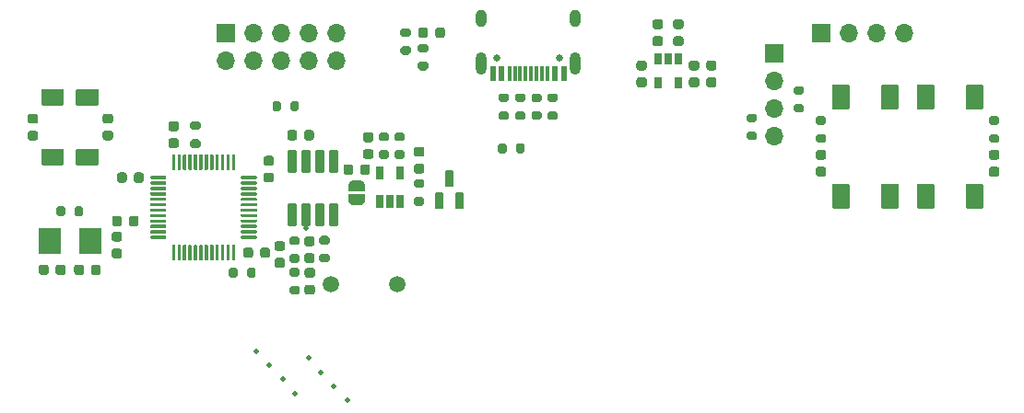
<source format=gts>
G04 #@! TF.GenerationSoftware,KiCad,Pcbnew,(5.1.12)-1*
G04 #@! TF.CreationDate,2024-09-15T14:26:27+03:00*
G04 #@! TF.ProjectId,CaliperPCB,43616c69-7065-4725-9043-422e6b696361,rev?*
G04 #@! TF.SameCoordinates,Original*
G04 #@! TF.FileFunction,Soldermask,Top*
G04 #@! TF.FilePolarity,Negative*
%FSLAX46Y46*%
G04 Gerber Fmt 4.6, Leading zero omitted, Abs format (unit mm)*
G04 Created by KiCad (PCBNEW (5.1.12)-1) date 2024-09-15 14:26:27*
%MOMM*%
%LPD*%
G01*
G04 APERTURE LIST*
%ADD10C,1.500000*%
%ADD11O,1.700000X1.700000*%
%ADD12R,1.700000X1.700000*%
%ADD13C,0.500000*%
%ADD14R,0.650000X1.220000*%
%ADD15R,0.650000X1.060000*%
%ADD16C,0.100000*%
%ADD17R,2.000000X2.400000*%
%ADD18O,1.000000X1.600000*%
%ADD19C,0.650000*%
%ADD20O,1.000000X2.100000*%
%ADD21R,0.300000X1.450000*%
%ADD22R,0.600000X1.450000*%
G04 APERTURE END LIST*
D10*
X144780000Y-109982000D03*
X138684000Y-109982000D03*
G36*
G01*
X135105000Y-110170000D02*
X135655000Y-110170000D01*
G75*
G02*
X135855000Y-110370000I0J-200000D01*
G01*
X135855000Y-110770000D01*
G75*
G02*
X135655000Y-110970000I-200000J0D01*
G01*
X135105000Y-110970000D01*
G75*
G02*
X134905000Y-110770000I0J200000D01*
G01*
X134905000Y-110370000D01*
G75*
G02*
X135105000Y-110170000I200000J0D01*
G01*
G37*
G36*
G01*
X135105000Y-108520000D02*
X135655000Y-108520000D01*
G75*
G02*
X135855000Y-108720000I0J-200000D01*
G01*
X135855000Y-109120000D01*
G75*
G02*
X135655000Y-109320000I-200000J0D01*
G01*
X135105000Y-109320000D01*
G75*
G02*
X134905000Y-109120000I0J200000D01*
G01*
X134905000Y-108720000D01*
G75*
G02*
X135105000Y-108520000I200000J0D01*
G01*
G37*
G36*
G01*
X137824998Y-107225000D02*
X138374998Y-107225000D01*
G75*
G02*
X138574998Y-107425000I0J-200000D01*
G01*
X138574998Y-107825000D01*
G75*
G02*
X138374998Y-108025000I-200000J0D01*
G01*
X137824998Y-108025000D01*
G75*
G02*
X137624998Y-107825000I0J200000D01*
G01*
X137624998Y-107425000D01*
G75*
G02*
X137824998Y-107225000I200000J0D01*
G01*
G37*
G36*
G01*
X137824998Y-105575000D02*
X138374998Y-105575000D01*
G75*
G02*
X138574998Y-105775000I0J-200000D01*
G01*
X138574998Y-106175000D01*
G75*
G02*
X138374998Y-106375000I-200000J0D01*
G01*
X137824998Y-106375000D01*
G75*
G02*
X137624998Y-106175000I0J200000D01*
G01*
X137624998Y-105775000D01*
G75*
G02*
X137824998Y-105575000I200000J0D01*
G01*
G37*
G36*
G01*
X135091666Y-107270000D02*
X135641666Y-107270000D01*
G75*
G02*
X135841666Y-107470000I0J-200000D01*
G01*
X135841666Y-107870000D01*
G75*
G02*
X135641666Y-108070000I-200000J0D01*
G01*
X135091666Y-108070000D01*
G75*
G02*
X134891666Y-107870000I0J200000D01*
G01*
X134891666Y-107470000D01*
G75*
G02*
X135091666Y-107270000I200000J0D01*
G01*
G37*
G36*
G01*
X135091666Y-105620000D02*
X135641666Y-105620000D01*
G75*
G02*
X135841666Y-105820000I0J-200000D01*
G01*
X135841666Y-106220000D01*
G75*
G02*
X135641666Y-106420000I-200000J0D01*
G01*
X135091666Y-106420000D01*
G75*
G02*
X134891666Y-106220000I0J200000D01*
G01*
X134891666Y-105820000D01*
G75*
G02*
X135091666Y-105620000I200000J0D01*
G01*
G37*
G36*
G01*
X137010000Y-109420000D02*
X136510000Y-109420000D01*
G75*
G02*
X136285000Y-109195000I0J225000D01*
G01*
X136285000Y-108745000D01*
G75*
G02*
X136510000Y-108520000I225000J0D01*
G01*
X137010000Y-108520000D01*
G75*
G02*
X137235000Y-108745000I0J-225000D01*
G01*
X137235000Y-109195000D01*
G75*
G02*
X137010000Y-109420000I-225000J0D01*
G01*
G37*
G36*
G01*
X137010000Y-110970000D02*
X136510000Y-110970000D01*
G75*
G02*
X136285000Y-110745000I0J225000D01*
G01*
X136285000Y-110295000D01*
G75*
G02*
X136510000Y-110070000I225000J0D01*
G01*
X137010000Y-110070000D01*
G75*
G02*
X137235000Y-110295000I0J-225000D01*
G01*
X137235000Y-110745000D01*
G75*
G02*
X137010000Y-110970000I-225000J0D01*
G01*
G37*
G36*
G01*
X133750000Y-107605000D02*
X134250000Y-107605000D01*
G75*
G02*
X134475000Y-107830000I0J-225000D01*
G01*
X134475000Y-108280000D01*
G75*
G02*
X134250000Y-108505000I-225000J0D01*
G01*
X133750000Y-108505000D01*
G75*
G02*
X133525000Y-108280000I0J225000D01*
G01*
X133525000Y-107830000D01*
G75*
G02*
X133750000Y-107605000I225000J0D01*
G01*
G37*
G36*
G01*
X133750000Y-106055000D02*
X134250000Y-106055000D01*
G75*
G02*
X134475000Y-106280000I0J-225000D01*
G01*
X134475000Y-106730000D01*
G75*
G02*
X134250000Y-106955000I-225000J0D01*
G01*
X133750000Y-106955000D01*
G75*
G02*
X133525000Y-106730000I0J225000D01*
G01*
X133525000Y-106280000D01*
G75*
G02*
X133750000Y-106055000I225000J0D01*
G01*
G37*
G36*
G01*
X136983332Y-106520000D02*
X136483332Y-106520000D01*
G75*
G02*
X136258332Y-106295000I0J225000D01*
G01*
X136258332Y-105845000D01*
G75*
G02*
X136483332Y-105620000I225000J0D01*
G01*
X136983332Y-105620000D01*
G75*
G02*
X137208332Y-105845000I0J-225000D01*
G01*
X137208332Y-106295000D01*
G75*
G02*
X136983332Y-106520000I-225000J0D01*
G01*
G37*
G36*
G01*
X136983332Y-108070000D02*
X136483332Y-108070000D01*
G75*
G02*
X136258332Y-107845000I0J225000D01*
G01*
X136258332Y-107395000D01*
G75*
G02*
X136483332Y-107170000I225000J0D01*
G01*
X136983332Y-107170000D01*
G75*
G02*
X137208332Y-107395000I0J-225000D01*
G01*
X137208332Y-107845000D01*
G75*
G02*
X136983332Y-108070000I-225000J0D01*
G01*
G37*
D11*
X139192000Y-89408000D03*
X139192000Y-86868000D03*
X136652000Y-89408000D03*
X136652000Y-86868000D03*
X134112000Y-89408000D03*
X134112000Y-86868000D03*
X131572000Y-89408000D03*
X131572000Y-86868000D03*
X129032000Y-89408000D03*
D12*
X129032000Y-86868000D03*
G36*
G01*
X159335000Y-94905000D02*
X158785000Y-94905000D01*
G75*
G02*
X158585000Y-94705000I0J200000D01*
G01*
X158585000Y-94305000D01*
G75*
G02*
X158785000Y-94105000I200000J0D01*
G01*
X159335000Y-94105000D01*
G75*
G02*
X159535000Y-94305000I0J-200000D01*
G01*
X159535000Y-94705000D01*
G75*
G02*
X159335000Y-94905000I-200000J0D01*
G01*
G37*
G36*
G01*
X159335000Y-93255000D02*
X158785000Y-93255000D01*
G75*
G02*
X158585000Y-93055000I0J200000D01*
G01*
X158585000Y-92655000D01*
G75*
G02*
X158785000Y-92455000I200000J0D01*
G01*
X159335000Y-92455000D01*
G75*
G02*
X159535000Y-92655000I0J-200000D01*
G01*
X159535000Y-93055000D01*
G75*
G02*
X159335000Y-93255000I-200000J0D01*
G01*
G37*
G36*
G01*
X146555000Y-98935000D02*
X147055000Y-98935000D01*
G75*
G02*
X147280000Y-99160000I0J-225000D01*
G01*
X147280000Y-99610000D01*
G75*
G02*
X147055000Y-99835000I-225000J0D01*
G01*
X146555000Y-99835000D01*
G75*
G02*
X146330000Y-99610000I0J225000D01*
G01*
X146330000Y-99160000D01*
G75*
G02*
X146555000Y-98935000I225000J0D01*
G01*
G37*
G36*
G01*
X146555000Y-97385000D02*
X147055000Y-97385000D01*
G75*
G02*
X147280000Y-97610000I0J-225000D01*
G01*
X147280000Y-98060000D01*
G75*
G02*
X147055000Y-98285000I-225000J0D01*
G01*
X146555000Y-98285000D01*
G75*
G02*
X146330000Y-98060000I0J225000D01*
G01*
X146330000Y-97610000D01*
G75*
G02*
X146555000Y-97385000I225000J0D01*
G01*
G37*
G36*
G01*
X141395000Y-99720000D02*
X141395000Y-99220000D01*
G75*
G02*
X141620000Y-98995000I225000J0D01*
G01*
X142070000Y-98995000D01*
G75*
G02*
X142295000Y-99220000I0J-225000D01*
G01*
X142295000Y-99720000D01*
G75*
G02*
X142070000Y-99945000I-225000J0D01*
G01*
X141620000Y-99945000D01*
G75*
G02*
X141395000Y-99720000I0J225000D01*
G01*
G37*
G36*
G01*
X139845000Y-99720000D02*
X139845000Y-99220000D01*
G75*
G02*
X140070000Y-98995000I225000J0D01*
G01*
X140520000Y-98995000D01*
G75*
G02*
X140745000Y-99220000I0J-225000D01*
G01*
X140745000Y-99720000D01*
G75*
G02*
X140520000Y-99945000I-225000J0D01*
G01*
X140070000Y-99945000D01*
G75*
G02*
X139845000Y-99720000I0J225000D01*
G01*
G37*
G36*
G01*
X135585000Y-96060000D02*
X135585000Y-96560000D01*
G75*
G02*
X135360000Y-96785000I-225000J0D01*
G01*
X134910000Y-96785000D01*
G75*
G02*
X134685000Y-96560000I0J225000D01*
G01*
X134685000Y-96060000D01*
G75*
G02*
X134910000Y-95835000I225000J0D01*
G01*
X135360000Y-95835000D01*
G75*
G02*
X135585000Y-96060000I0J-225000D01*
G01*
G37*
G36*
G01*
X137135000Y-96060000D02*
X137135000Y-96560000D01*
G75*
G02*
X136910000Y-96785000I-225000J0D01*
G01*
X136460000Y-96785000D01*
G75*
G02*
X136235000Y-96560000I0J225000D01*
G01*
X136235000Y-96060000D01*
G75*
G02*
X136460000Y-95835000I225000J0D01*
G01*
X136910000Y-95835000D01*
G75*
G02*
X137135000Y-96060000I0J-225000D01*
G01*
G37*
D13*
X140250000Y-120720000D03*
X136630000Y-116820000D03*
X133060000Y-117470000D03*
X138950000Y-119420000D03*
X137740000Y-118120000D03*
X135400000Y-120070000D03*
X134270000Y-118770000D03*
X131850000Y-116170000D03*
X136400000Y-104820000D03*
G36*
G01*
X183470000Y-97665000D02*
X183970000Y-97665000D01*
G75*
G02*
X184195000Y-97890000I0J-225000D01*
G01*
X184195000Y-98340000D01*
G75*
G02*
X183970000Y-98565000I-225000J0D01*
G01*
X183470000Y-98565000D01*
G75*
G02*
X183245000Y-98340000I0J225000D01*
G01*
X183245000Y-97890000D01*
G75*
G02*
X183470000Y-97665000I225000J0D01*
G01*
G37*
G36*
G01*
X183470000Y-99215000D02*
X183970000Y-99215000D01*
G75*
G02*
X184195000Y-99440000I0J-225000D01*
G01*
X184195000Y-99890000D01*
G75*
G02*
X183970000Y-100115000I-225000J0D01*
G01*
X183470000Y-100115000D01*
G75*
G02*
X183245000Y-99890000I0J225000D01*
G01*
X183245000Y-99440000D01*
G75*
G02*
X183470000Y-99215000I225000J0D01*
G01*
G37*
D11*
X179460000Y-96370000D03*
X179460000Y-93830000D03*
X179460000Y-91290000D03*
D12*
X179460000Y-88750000D03*
G36*
G01*
X154845000Y-94905000D02*
X154295000Y-94905000D01*
G75*
G02*
X154095000Y-94705000I0J200000D01*
G01*
X154095000Y-94305000D01*
G75*
G02*
X154295000Y-94105000I200000J0D01*
G01*
X154845000Y-94105000D01*
G75*
G02*
X155045000Y-94305000I0J-200000D01*
G01*
X155045000Y-94705000D01*
G75*
G02*
X154845000Y-94905000I-200000J0D01*
G01*
G37*
G36*
G01*
X154845000Y-93255000D02*
X154295000Y-93255000D01*
G75*
G02*
X154095000Y-93055000I0J200000D01*
G01*
X154095000Y-92655000D01*
G75*
G02*
X154295000Y-92455000I200000J0D01*
G01*
X154845000Y-92455000D01*
G75*
G02*
X155045000Y-92655000I0J-200000D01*
G01*
X155045000Y-93055000D01*
G75*
G02*
X154845000Y-93255000I-200000J0D01*
G01*
G37*
G36*
G01*
X154048000Y-97785000D02*
X154048000Y-97235000D01*
G75*
G02*
X154248000Y-97035000I200000J0D01*
G01*
X154648000Y-97035000D01*
G75*
G02*
X154848000Y-97235000I0J-200000D01*
G01*
X154848000Y-97785000D01*
G75*
G02*
X154648000Y-97985000I-200000J0D01*
G01*
X154248000Y-97985000D01*
G75*
G02*
X154048000Y-97785000I0J200000D01*
G01*
G37*
G36*
G01*
X155698000Y-97785000D02*
X155698000Y-97235000D01*
G75*
G02*
X155898000Y-97035000I200000J0D01*
G01*
X156298000Y-97035000D01*
G75*
G02*
X156498000Y-97235000I0J-200000D01*
G01*
X156498000Y-97785000D01*
G75*
G02*
X156298000Y-97985000I-200000J0D01*
G01*
X155898000Y-97985000D01*
G75*
G02*
X155698000Y-97785000I0J200000D01*
G01*
G37*
G36*
G01*
X155823000Y-92455000D02*
X156373000Y-92455000D01*
G75*
G02*
X156573000Y-92655000I0J-200000D01*
G01*
X156573000Y-93055000D01*
G75*
G02*
X156373000Y-93255000I-200000J0D01*
G01*
X155823000Y-93255000D01*
G75*
G02*
X155623000Y-93055000I0J200000D01*
G01*
X155623000Y-92655000D01*
G75*
G02*
X155823000Y-92455000I200000J0D01*
G01*
G37*
G36*
G01*
X155823000Y-94105000D02*
X156373000Y-94105000D01*
G75*
G02*
X156573000Y-94305000I0J-200000D01*
G01*
X156573000Y-94705000D01*
G75*
G02*
X156373000Y-94905000I-200000J0D01*
G01*
X155823000Y-94905000D01*
G75*
G02*
X155623000Y-94705000I0J200000D01*
G01*
X155623000Y-94305000D01*
G75*
G02*
X155823000Y-94105000I200000J0D01*
G01*
G37*
G36*
G01*
X157323000Y-92455000D02*
X157873000Y-92455000D01*
G75*
G02*
X158073000Y-92655000I0J-200000D01*
G01*
X158073000Y-93055000D01*
G75*
G02*
X157873000Y-93255000I-200000J0D01*
G01*
X157323000Y-93255000D01*
G75*
G02*
X157123000Y-93055000I0J200000D01*
G01*
X157123000Y-92655000D01*
G75*
G02*
X157323000Y-92455000I200000J0D01*
G01*
G37*
G36*
G01*
X157323000Y-94105000D02*
X157873000Y-94105000D01*
G75*
G02*
X158073000Y-94305000I0J-200000D01*
G01*
X158073000Y-94705000D01*
G75*
G02*
X157873000Y-94905000I-200000J0D01*
G01*
X157323000Y-94905000D01*
G75*
G02*
X157123000Y-94705000I0J200000D01*
G01*
X157123000Y-94305000D01*
G75*
G02*
X157323000Y-94105000I200000J0D01*
G01*
G37*
D14*
X143150000Y-102387500D03*
X144100000Y-102387500D03*
X145050000Y-102387500D03*
X145050000Y-99767500D03*
X143150000Y-99767500D03*
G36*
G01*
X132740000Y-98210000D02*
X133240000Y-98210000D01*
G75*
G02*
X133465000Y-98435000I0J-225000D01*
G01*
X133465000Y-98885000D01*
G75*
G02*
X133240000Y-99110000I-225000J0D01*
G01*
X132740000Y-99110000D01*
G75*
G02*
X132515000Y-98885000I0J225000D01*
G01*
X132515000Y-98435000D01*
G75*
G02*
X132740000Y-98210000I225000J0D01*
G01*
G37*
G36*
G01*
X132740000Y-99760000D02*
X133240000Y-99760000D01*
G75*
G02*
X133465000Y-99985000I0J-225000D01*
G01*
X133465000Y-100435000D01*
G75*
G02*
X133240000Y-100660000I-225000J0D01*
G01*
X132740000Y-100660000D01*
G75*
G02*
X132515000Y-100435000I0J225000D01*
G01*
X132515000Y-99985000D01*
G75*
G02*
X132740000Y-99760000I225000J0D01*
G01*
G37*
G36*
G01*
X148927750Y-103099500D02*
X148332250Y-103099500D01*
G75*
G02*
X148233000Y-103000250I0J99250D01*
G01*
X148233000Y-101694750D01*
G75*
G02*
X148332250Y-101595500I99250J0D01*
G01*
X148927750Y-101595500D01*
G75*
G02*
X149027000Y-101694750I0J-99250D01*
G01*
X149027000Y-103000250D01*
G75*
G02*
X148927750Y-103099500I-99250J0D01*
G01*
G37*
G36*
G01*
X150827750Y-103099500D02*
X150232250Y-103099500D01*
G75*
G02*
X150133000Y-103000250I0J99250D01*
G01*
X150133000Y-101694750D01*
G75*
G02*
X150232250Y-101595500I99250J0D01*
G01*
X150827750Y-101595500D01*
G75*
G02*
X150927000Y-101694750I0J-99250D01*
G01*
X150927000Y-103000250D01*
G75*
G02*
X150827750Y-103099500I-99250J0D01*
G01*
G37*
G36*
G01*
X149877750Y-101049500D02*
X149282250Y-101049500D01*
G75*
G02*
X149183000Y-100950250I0J99250D01*
G01*
X149183000Y-99644750D01*
G75*
G02*
X149282250Y-99545500I99250J0D01*
G01*
X149877750Y-99545500D01*
G75*
G02*
X149977000Y-99644750I0J-99250D01*
G01*
X149977000Y-100950250D01*
G75*
G02*
X149877750Y-101049500I-99250J0D01*
G01*
G37*
D15*
X170620000Y-91440000D03*
X168720000Y-91440000D03*
X168720000Y-89240000D03*
X169670000Y-89240000D03*
X170620000Y-89240000D03*
G36*
G01*
X135436500Y-99757000D02*
X134833500Y-99757000D01*
G75*
G02*
X134733000Y-99656500I0J100500D01*
G01*
X134733000Y-97753500D01*
G75*
G02*
X134833500Y-97653000I100500J0D01*
G01*
X135436500Y-97653000D01*
G75*
G02*
X135537000Y-97753500I0J-100500D01*
G01*
X135537000Y-99656500D01*
G75*
G02*
X135436500Y-99757000I-100500J0D01*
G01*
G37*
G36*
G01*
X136706500Y-99757000D02*
X136103500Y-99757000D01*
G75*
G02*
X136003000Y-99656500I0J100500D01*
G01*
X136003000Y-97753500D01*
G75*
G02*
X136103500Y-97653000I100500J0D01*
G01*
X136706500Y-97653000D01*
G75*
G02*
X136807000Y-97753500I0J-100500D01*
G01*
X136807000Y-99656500D01*
G75*
G02*
X136706500Y-99757000I-100500J0D01*
G01*
G37*
G36*
G01*
X137976500Y-99757000D02*
X137373500Y-99757000D01*
G75*
G02*
X137273000Y-99656500I0J100500D01*
G01*
X137273000Y-97753500D01*
G75*
G02*
X137373500Y-97653000I100500J0D01*
G01*
X137976500Y-97653000D01*
G75*
G02*
X138077000Y-97753500I0J-100500D01*
G01*
X138077000Y-99656500D01*
G75*
G02*
X137976500Y-99757000I-100500J0D01*
G01*
G37*
G36*
G01*
X139246500Y-99757000D02*
X138643500Y-99757000D01*
G75*
G02*
X138543000Y-99656500I0J100500D01*
G01*
X138543000Y-97753500D01*
G75*
G02*
X138643500Y-97653000I100500J0D01*
G01*
X139246500Y-97653000D01*
G75*
G02*
X139347000Y-97753500I0J-100500D01*
G01*
X139347000Y-99656500D01*
G75*
G02*
X139246500Y-99757000I-100500J0D01*
G01*
G37*
G36*
G01*
X139246500Y-104667000D02*
X138643500Y-104667000D01*
G75*
G02*
X138543000Y-104566500I0J100500D01*
G01*
X138543000Y-102663500D01*
G75*
G02*
X138643500Y-102563000I100500J0D01*
G01*
X139246500Y-102563000D01*
G75*
G02*
X139347000Y-102663500I0J-100500D01*
G01*
X139347000Y-104566500D01*
G75*
G02*
X139246500Y-104667000I-100500J0D01*
G01*
G37*
G36*
G01*
X137976500Y-104667000D02*
X137373500Y-104667000D01*
G75*
G02*
X137273000Y-104566500I0J100500D01*
G01*
X137273000Y-102663500D01*
G75*
G02*
X137373500Y-102563000I100500J0D01*
G01*
X137976500Y-102563000D01*
G75*
G02*
X138077000Y-102663500I0J-100500D01*
G01*
X138077000Y-104566500D01*
G75*
G02*
X137976500Y-104667000I-100500J0D01*
G01*
G37*
G36*
G01*
X136706500Y-104667000D02*
X136103500Y-104667000D01*
G75*
G02*
X136003000Y-104566500I0J100500D01*
G01*
X136003000Y-102663500D01*
G75*
G02*
X136103500Y-102563000I100500J0D01*
G01*
X136706500Y-102563000D01*
G75*
G02*
X136807000Y-102663500I0J-100500D01*
G01*
X136807000Y-104566500D01*
G75*
G02*
X136706500Y-104667000I-100500J0D01*
G01*
G37*
G36*
G01*
X135436500Y-104667000D02*
X134833500Y-104667000D01*
G75*
G02*
X134733000Y-104566500I0J100500D01*
G01*
X134733000Y-102663500D01*
G75*
G02*
X134833500Y-102563000I100500J0D01*
G01*
X135436500Y-102563000D01*
G75*
G02*
X135537000Y-102663500I0J-100500D01*
G01*
X135537000Y-104566500D01*
G75*
G02*
X135436500Y-104667000I-100500J0D01*
G01*
G37*
G36*
G01*
X130981000Y-109241000D02*
X130981000Y-108691000D01*
G75*
G02*
X131181000Y-108491000I200000J0D01*
G01*
X131581000Y-108491000D01*
G75*
G02*
X131781000Y-108691000I0J-200000D01*
G01*
X131781000Y-109241000D01*
G75*
G02*
X131581000Y-109441000I-200000J0D01*
G01*
X131181000Y-109441000D01*
G75*
G02*
X130981000Y-109241000I0J200000D01*
G01*
G37*
G36*
G01*
X129331000Y-109241000D02*
X129331000Y-108691000D01*
G75*
G02*
X129531000Y-108491000I200000J0D01*
G01*
X129931000Y-108491000D01*
G75*
G02*
X130131000Y-108691000I0J-200000D01*
G01*
X130131000Y-109241000D01*
G75*
G02*
X129931000Y-109441000I-200000J0D01*
G01*
X129531000Y-109441000D01*
G75*
G02*
X129331000Y-109241000I0J200000D01*
G01*
G37*
G36*
G01*
X125981000Y-96685000D02*
X126531000Y-96685000D01*
G75*
G02*
X126731000Y-96885000I0J-200000D01*
G01*
X126731000Y-97285000D01*
G75*
G02*
X126531000Y-97485000I-200000J0D01*
G01*
X125981000Y-97485000D01*
G75*
G02*
X125781000Y-97285000I0J200000D01*
G01*
X125781000Y-96885000D01*
G75*
G02*
X125981000Y-96685000I200000J0D01*
G01*
G37*
G36*
G01*
X125981000Y-95035000D02*
X126531000Y-95035000D01*
G75*
G02*
X126731000Y-95235000I0J-200000D01*
G01*
X126731000Y-95635000D01*
G75*
G02*
X126531000Y-95835000I-200000J0D01*
G01*
X125981000Y-95835000D01*
G75*
G02*
X125781000Y-95635000I0J200000D01*
G01*
X125781000Y-95235000D01*
G75*
G02*
X125981000Y-95035000I200000J0D01*
G01*
G37*
D16*
G36*
X141819398Y-102247500D02*
G01*
X141819398Y-102272034D01*
X141814588Y-102320865D01*
X141805016Y-102368990D01*
X141790772Y-102415945D01*
X141771995Y-102461278D01*
X141748864Y-102504551D01*
X141721604Y-102545350D01*
X141690476Y-102583279D01*
X141655779Y-102617976D01*
X141617850Y-102649104D01*
X141577051Y-102676364D01*
X141533778Y-102699495D01*
X141488445Y-102718272D01*
X141441490Y-102732516D01*
X141393365Y-102742088D01*
X141344534Y-102746898D01*
X141320000Y-102746898D01*
X141320000Y-102747500D01*
X140820000Y-102747500D01*
X140820000Y-102746898D01*
X140795466Y-102746898D01*
X140746635Y-102742088D01*
X140698510Y-102732516D01*
X140651555Y-102718272D01*
X140606222Y-102699495D01*
X140562949Y-102676364D01*
X140522150Y-102649104D01*
X140484221Y-102617976D01*
X140449524Y-102583279D01*
X140418396Y-102545350D01*
X140391136Y-102504551D01*
X140368005Y-102461278D01*
X140349228Y-102415945D01*
X140334984Y-102368990D01*
X140325412Y-102320865D01*
X140320602Y-102272034D01*
X140320602Y-102247500D01*
X140320000Y-102247500D01*
X140320000Y-101747500D01*
X141820000Y-101747500D01*
X141820000Y-102247500D01*
X141819398Y-102247500D01*
G37*
G36*
X140320000Y-101447500D02*
G01*
X140320000Y-100947500D01*
X140320602Y-100947500D01*
X140320602Y-100922966D01*
X140325412Y-100874135D01*
X140334984Y-100826010D01*
X140349228Y-100779055D01*
X140368005Y-100733722D01*
X140391136Y-100690449D01*
X140418396Y-100649650D01*
X140449524Y-100611721D01*
X140484221Y-100577024D01*
X140522150Y-100545896D01*
X140562949Y-100518636D01*
X140606222Y-100495505D01*
X140651555Y-100476728D01*
X140698510Y-100462484D01*
X140746635Y-100452912D01*
X140795466Y-100448102D01*
X140820000Y-100448102D01*
X140820000Y-100447500D01*
X141320000Y-100447500D01*
X141320000Y-100448102D01*
X141344534Y-100448102D01*
X141393365Y-100452912D01*
X141441490Y-100462484D01*
X141488445Y-100476728D01*
X141533778Y-100495505D01*
X141577051Y-100518636D01*
X141617850Y-100545896D01*
X141655779Y-100577024D01*
X141690476Y-100611721D01*
X141721604Y-100649650D01*
X141748864Y-100690449D01*
X141771995Y-100733722D01*
X141790772Y-100779055D01*
X141805016Y-100826010D01*
X141814588Y-100874135D01*
X141819398Y-100922966D01*
X141819398Y-100947500D01*
X141820000Y-100947500D01*
X141820000Y-101447500D01*
X140320000Y-101447500D01*
G37*
G36*
G01*
X177645000Y-96770000D02*
X177095000Y-96770000D01*
G75*
G02*
X176895000Y-96570000I0J200000D01*
G01*
X176895000Y-96170000D01*
G75*
G02*
X177095000Y-95970000I200000J0D01*
G01*
X177645000Y-95970000D01*
G75*
G02*
X177845000Y-96170000I0J-200000D01*
G01*
X177845000Y-96570000D01*
G75*
G02*
X177645000Y-96770000I-200000J0D01*
G01*
G37*
G36*
G01*
X177645000Y-95120000D02*
X177095000Y-95120000D01*
G75*
G02*
X176895000Y-94920000I0J200000D01*
G01*
X176895000Y-94520000D01*
G75*
G02*
X177095000Y-94320000I200000J0D01*
G01*
X177645000Y-94320000D01*
G75*
G02*
X177845000Y-94520000I0J-200000D01*
G01*
X177845000Y-94920000D01*
G75*
G02*
X177645000Y-95120000I-200000J0D01*
G01*
G37*
G36*
G01*
X147080000Y-101137500D02*
X146530000Y-101137500D01*
G75*
G02*
X146330000Y-100937500I0J200000D01*
G01*
X146330000Y-100537500D01*
G75*
G02*
X146530000Y-100337500I200000J0D01*
G01*
X147080000Y-100337500D01*
G75*
G02*
X147280000Y-100537500I0J-200000D01*
G01*
X147280000Y-100937500D01*
G75*
G02*
X147080000Y-101137500I-200000J0D01*
G01*
G37*
G36*
G01*
X147080000Y-102787500D02*
X146530000Y-102787500D01*
G75*
G02*
X146330000Y-102587500I0J200000D01*
G01*
X146330000Y-102187500D01*
G75*
G02*
X146530000Y-101987500I200000J0D01*
G01*
X147080000Y-101987500D01*
G75*
G02*
X147280000Y-102187500I0J-200000D01*
G01*
X147280000Y-102587500D01*
G75*
G02*
X147080000Y-102787500I-200000J0D01*
G01*
G37*
G36*
G01*
X143840000Y-96845000D02*
X143290000Y-96845000D01*
G75*
G02*
X143090000Y-96645000I0J200000D01*
G01*
X143090000Y-96245000D01*
G75*
G02*
X143290000Y-96045000I200000J0D01*
G01*
X143840000Y-96045000D01*
G75*
G02*
X144040000Y-96245000I0J-200000D01*
G01*
X144040000Y-96645000D01*
G75*
G02*
X143840000Y-96845000I-200000J0D01*
G01*
G37*
G36*
G01*
X143840000Y-98495000D02*
X143290000Y-98495000D01*
G75*
G02*
X143090000Y-98295000I0J200000D01*
G01*
X143090000Y-97895000D01*
G75*
G02*
X143290000Y-97695000I200000J0D01*
G01*
X143840000Y-97695000D01*
G75*
G02*
X144040000Y-97895000I0J-200000D01*
G01*
X144040000Y-98295000D01*
G75*
G02*
X143840000Y-98495000I-200000J0D01*
G01*
G37*
G36*
G01*
X144725000Y-97695000D02*
X145275000Y-97695000D01*
G75*
G02*
X145475000Y-97895000I0J-200000D01*
G01*
X145475000Y-98295000D01*
G75*
G02*
X145275000Y-98495000I-200000J0D01*
G01*
X144725000Y-98495000D01*
G75*
G02*
X144525000Y-98295000I0J200000D01*
G01*
X144525000Y-97895000D01*
G75*
G02*
X144725000Y-97695000I200000J0D01*
G01*
G37*
G36*
G01*
X144725000Y-96045000D02*
X145275000Y-96045000D01*
G75*
G02*
X145475000Y-96245000I0J-200000D01*
G01*
X145475000Y-96645000D01*
G75*
G02*
X145275000Y-96845000I-200000J0D01*
G01*
X144725000Y-96845000D01*
G75*
G02*
X144525000Y-96645000I0J200000D01*
G01*
X144525000Y-96245000D01*
G75*
G02*
X144725000Y-96045000I200000J0D01*
G01*
G37*
G36*
G01*
X142380000Y-96945000D02*
X141880000Y-96945000D01*
G75*
G02*
X141655000Y-96720000I0J225000D01*
G01*
X141655000Y-96270000D01*
G75*
G02*
X141880000Y-96045000I225000J0D01*
G01*
X142380000Y-96045000D01*
G75*
G02*
X142605000Y-96270000I0J-225000D01*
G01*
X142605000Y-96720000D01*
G75*
G02*
X142380000Y-96945000I-225000J0D01*
G01*
G37*
G36*
G01*
X142380000Y-98495000D02*
X141880000Y-98495000D01*
G75*
G02*
X141655000Y-98270000I0J225000D01*
G01*
X141655000Y-97820000D01*
G75*
G02*
X141880000Y-97595000I225000J0D01*
G01*
X142380000Y-97595000D01*
G75*
G02*
X142605000Y-97820000I0J-225000D01*
G01*
X142605000Y-98270000D01*
G75*
G02*
X142380000Y-98495000I-225000J0D01*
G01*
G37*
G36*
G01*
X192618332Y-100753000D02*
X194018334Y-100753000D01*
G75*
G02*
X194120333Y-100854999I0J-101999D01*
G01*
X194120333Y-102955001D01*
G75*
G02*
X194018334Y-103057000I-101999J0D01*
G01*
X192618332Y-103057000D01*
G75*
G02*
X192516333Y-102955001I0J101999D01*
G01*
X192516333Y-100854999D01*
G75*
G02*
X192618332Y-100753000I101999J0D01*
G01*
G37*
G36*
G01*
X192618332Y-91653000D02*
X194018334Y-91653000D01*
G75*
G02*
X194120333Y-91754999I0J-101999D01*
G01*
X194120333Y-93855001D01*
G75*
G02*
X194018334Y-93957000I-101999J0D01*
G01*
X192618332Y-93957000D01*
G75*
G02*
X192516333Y-93855001I0J101999D01*
G01*
X192516333Y-91754999D01*
G75*
G02*
X192618332Y-91653000I101999J0D01*
G01*
G37*
G36*
G01*
X197118332Y-91653000D02*
X198518334Y-91653000D01*
G75*
G02*
X198620333Y-91754999I0J-101999D01*
G01*
X198620333Y-93855001D01*
G75*
G02*
X198518334Y-93957000I-101999J0D01*
G01*
X197118332Y-93957000D01*
G75*
G02*
X197016333Y-93855001I0J101999D01*
G01*
X197016333Y-91754999D01*
G75*
G02*
X197118332Y-91653000I101999J0D01*
G01*
G37*
G36*
G01*
X197118332Y-100753000D02*
X198518334Y-100753000D01*
G75*
G02*
X198620333Y-100854999I0J-101999D01*
G01*
X198620333Y-102955001D01*
G75*
G02*
X198518334Y-103057000I-101999J0D01*
G01*
X197118332Y-103057000D01*
G75*
G02*
X197016333Y-102955001I0J101999D01*
G01*
X197016333Y-100854999D01*
G75*
G02*
X197118332Y-100753000I101999J0D01*
G01*
G37*
G36*
G01*
X190734335Y-93957000D02*
X189334333Y-93957000D01*
G75*
G02*
X189232334Y-93855001I0J101999D01*
G01*
X189232334Y-91754999D01*
G75*
G02*
X189334333Y-91653000I101999J0D01*
G01*
X190734335Y-91653000D01*
G75*
G02*
X190836334Y-91754999I0J-101999D01*
G01*
X190836334Y-93855001D01*
G75*
G02*
X190734335Y-93957000I-101999J0D01*
G01*
G37*
G36*
G01*
X190734335Y-103057000D02*
X189334333Y-103057000D01*
G75*
G02*
X189232334Y-102955001I0J101999D01*
G01*
X189232334Y-100854999D01*
G75*
G02*
X189334333Y-100753000I101999J0D01*
G01*
X190734335Y-100753000D01*
G75*
G02*
X190836334Y-100854999I0J-101999D01*
G01*
X190836334Y-102955001D01*
G75*
G02*
X190734335Y-103057000I-101999J0D01*
G01*
G37*
G36*
G01*
X186234335Y-103057000D02*
X184834333Y-103057000D01*
G75*
G02*
X184732334Y-102955001I0J101999D01*
G01*
X184732334Y-100854999D01*
G75*
G02*
X184834333Y-100753000I101999J0D01*
G01*
X186234335Y-100753000D01*
G75*
G02*
X186336334Y-100854999I0J-101999D01*
G01*
X186336334Y-102955001D01*
G75*
G02*
X186234335Y-103057000I-101999J0D01*
G01*
G37*
G36*
G01*
X186234335Y-93957000D02*
X184834333Y-93957000D01*
G75*
G02*
X184732334Y-93855001I0J101999D01*
G01*
X184732334Y-91754999D01*
G75*
G02*
X184834333Y-91653000I101999J0D01*
G01*
X186234335Y-91653000D01*
G75*
G02*
X186336334Y-91754999I0J-101999D01*
G01*
X186336334Y-93855001D01*
G75*
G02*
X186234335Y-93957000I-101999J0D01*
G01*
G37*
G36*
G01*
X147440000Y-90340000D02*
X146890000Y-90340000D01*
G75*
G02*
X146690000Y-90140000I0J200000D01*
G01*
X146690000Y-89740000D01*
G75*
G02*
X146890000Y-89540000I200000J0D01*
G01*
X147440000Y-89540000D01*
G75*
G02*
X147640000Y-89740000I0J-200000D01*
G01*
X147640000Y-90140000D01*
G75*
G02*
X147440000Y-90340000I-200000J0D01*
G01*
G37*
G36*
G01*
X147440000Y-88690000D02*
X146890000Y-88690000D01*
G75*
G02*
X146690000Y-88490000I0J200000D01*
G01*
X146690000Y-88090000D01*
G75*
G02*
X146890000Y-87890000I200000J0D01*
G01*
X147440000Y-87890000D01*
G75*
G02*
X147640000Y-88090000I0J-200000D01*
G01*
X147640000Y-88490000D01*
G75*
G02*
X147440000Y-88690000I-200000J0D01*
G01*
G37*
G36*
G01*
X146727500Y-87124250D02*
X146727500Y-86611750D01*
G75*
G02*
X146946250Y-86393000I218750J0D01*
G01*
X147383750Y-86393000D01*
G75*
G02*
X147602500Y-86611750I0J-218750D01*
G01*
X147602500Y-87124250D01*
G75*
G02*
X147383750Y-87343000I-218750J0D01*
G01*
X146946250Y-87343000D01*
G75*
G02*
X146727500Y-87124250I0J218750D01*
G01*
G37*
G36*
G01*
X148302500Y-87124250D02*
X148302500Y-86611750D01*
G75*
G02*
X148521250Y-86393000I218750J0D01*
G01*
X148958750Y-86393000D01*
G75*
G02*
X149177500Y-86611750I0J-218750D01*
G01*
X149177500Y-87124250D01*
G75*
G02*
X148958750Y-87343000I-218750J0D01*
G01*
X148521250Y-87343000D01*
G75*
G02*
X148302500Y-87124250I0J218750D01*
G01*
G37*
G36*
G01*
X199899000Y-97010000D02*
X199349000Y-97010000D01*
G75*
G02*
X199149000Y-96810000I0J200000D01*
G01*
X199149000Y-96410000D01*
G75*
G02*
X199349000Y-96210000I200000J0D01*
G01*
X199899000Y-96210000D01*
G75*
G02*
X200099000Y-96410000I0J-200000D01*
G01*
X200099000Y-96810000D01*
G75*
G02*
X199899000Y-97010000I-200000J0D01*
G01*
G37*
G36*
G01*
X199899000Y-95360000D02*
X199349000Y-95360000D01*
G75*
G02*
X199149000Y-95160000I0J200000D01*
G01*
X199149000Y-94760000D01*
G75*
G02*
X199349000Y-94560000I200000J0D01*
G01*
X199899000Y-94560000D01*
G75*
G02*
X200099000Y-94760000I0J-200000D01*
G01*
X200099000Y-95160000D01*
G75*
G02*
X199899000Y-95360000I-200000J0D01*
G01*
G37*
G36*
G01*
X199374000Y-97665000D02*
X199874000Y-97665000D01*
G75*
G02*
X200099000Y-97890000I0J-225000D01*
G01*
X200099000Y-98340000D01*
G75*
G02*
X199874000Y-98565000I-225000J0D01*
G01*
X199374000Y-98565000D01*
G75*
G02*
X199149000Y-98340000I0J225000D01*
G01*
X199149000Y-97890000D01*
G75*
G02*
X199374000Y-97665000I225000J0D01*
G01*
G37*
G36*
G01*
X199374000Y-99215000D02*
X199874000Y-99215000D01*
G75*
G02*
X200099000Y-99440000I0J-225000D01*
G01*
X200099000Y-99890000D01*
G75*
G02*
X199874000Y-100115000I-225000J0D01*
G01*
X199374000Y-100115000D01*
G75*
G02*
X199149000Y-99890000I0J225000D01*
G01*
X199149000Y-99440000D01*
G75*
G02*
X199374000Y-99215000I225000J0D01*
G01*
G37*
G36*
G01*
X124006000Y-95035000D02*
X124506000Y-95035000D01*
G75*
G02*
X124731000Y-95260000I0J-225000D01*
G01*
X124731000Y-95710000D01*
G75*
G02*
X124506000Y-95935000I-225000J0D01*
G01*
X124006000Y-95935000D01*
G75*
G02*
X123781000Y-95710000I0J225000D01*
G01*
X123781000Y-95260000D01*
G75*
G02*
X124006000Y-95035000I225000J0D01*
G01*
G37*
G36*
G01*
X124006000Y-96585000D02*
X124506000Y-96585000D01*
G75*
G02*
X124731000Y-96810000I0J-225000D01*
G01*
X124731000Y-97260000D01*
G75*
G02*
X124506000Y-97485000I-225000J0D01*
G01*
X124006000Y-97485000D01*
G75*
G02*
X123781000Y-97260000I0J225000D01*
G01*
X123781000Y-96810000D01*
G75*
G02*
X124006000Y-96585000I225000J0D01*
G01*
G37*
G36*
G01*
X181965000Y-94230000D02*
X181415000Y-94230000D01*
G75*
G02*
X181215000Y-94030000I0J200000D01*
G01*
X181215000Y-93630000D01*
G75*
G02*
X181415000Y-93430000I200000J0D01*
G01*
X181965000Y-93430000D01*
G75*
G02*
X182165000Y-93630000I0J-200000D01*
G01*
X182165000Y-94030000D01*
G75*
G02*
X181965000Y-94230000I-200000J0D01*
G01*
G37*
G36*
G01*
X181965000Y-92580000D02*
X181415000Y-92580000D01*
G75*
G02*
X181215000Y-92380000I0J200000D01*
G01*
X181215000Y-91980000D01*
G75*
G02*
X181415000Y-91780000I200000J0D01*
G01*
X181965000Y-91780000D01*
G75*
G02*
X182165000Y-91980000I0J-200000D01*
G01*
X182165000Y-92380000D01*
G75*
G02*
X181965000Y-92580000I-200000J0D01*
G01*
G37*
D12*
X183720000Y-86950000D03*
D11*
X186260000Y-86950000D03*
X188800000Y-86950000D03*
X191340000Y-86950000D03*
G36*
G01*
X117382000Y-97669999D02*
X117382000Y-98970001D01*
G75*
G02*
X117280001Y-99072000I-101999J0D01*
G01*
X115379999Y-99072000D01*
G75*
G02*
X115278000Y-98970001I0J101999D01*
G01*
X115278000Y-97669999D01*
G75*
G02*
X115379999Y-97568000I101999J0D01*
G01*
X117280001Y-97568000D01*
G75*
G02*
X117382000Y-97669999I0J-101999D01*
G01*
G37*
G36*
G01*
X117382000Y-92169999D02*
X117382000Y-93470001D01*
G75*
G02*
X117280001Y-93572000I-101999J0D01*
G01*
X115379999Y-93572000D01*
G75*
G02*
X115278000Y-93470001I0J101999D01*
G01*
X115278000Y-92169999D01*
G75*
G02*
X115379999Y-92068000I101999J0D01*
G01*
X117280001Y-92068000D01*
G75*
G02*
X117382000Y-92169999I0J-101999D01*
G01*
G37*
G36*
G01*
X114182000Y-92169999D02*
X114182000Y-93470001D01*
G75*
G02*
X114080001Y-93572000I-101999J0D01*
G01*
X112179999Y-93572000D01*
G75*
G02*
X112078000Y-93470001I0J101999D01*
G01*
X112078000Y-92169999D01*
G75*
G02*
X112179999Y-92068000I101999J0D01*
G01*
X114080001Y-92068000D01*
G75*
G02*
X114182000Y-92169999I0J-101999D01*
G01*
G37*
G36*
G01*
X114182000Y-97669999D02*
X114182000Y-98970001D01*
G75*
G02*
X114080001Y-99072000I-101999J0D01*
G01*
X112179999Y-99072000D01*
G75*
G02*
X112078000Y-98970001I0J101999D01*
G01*
X112078000Y-97669999D01*
G75*
G02*
X112179999Y-97568000I101999J0D01*
G01*
X114080001Y-97568000D01*
G75*
G02*
X114182000Y-97669999I0J-101999D01*
G01*
G37*
D17*
X112866000Y-106005000D03*
X116566000Y-106005000D03*
D18*
X152528000Y-85564000D03*
D19*
X153958000Y-89214000D03*
D18*
X161168000Y-85564000D03*
D19*
X159738000Y-89214000D03*
D20*
X161168000Y-89744000D03*
X152528000Y-89744000D03*
D21*
X157098000Y-90659000D03*
X155098000Y-90659000D03*
X155598000Y-90659000D03*
X156098000Y-90659000D03*
X156598000Y-90659000D03*
X157598000Y-90659000D03*
X158098000Y-90659000D03*
X158598000Y-90659000D03*
D22*
X153598000Y-90659000D03*
X154398000Y-90659000D03*
X159298000Y-90659000D03*
X160098000Y-90659000D03*
X160098000Y-90659000D03*
X159298000Y-90659000D03*
X154398000Y-90659000D03*
X153598000Y-90659000D03*
G36*
G01*
X133325000Y-93895000D02*
X133325000Y-93345000D01*
G75*
G02*
X133525000Y-93145000I200000J0D01*
G01*
X133925000Y-93145000D01*
G75*
G02*
X134125000Y-93345000I0J-200000D01*
G01*
X134125000Y-93895000D01*
G75*
G02*
X133925000Y-94095000I-200000J0D01*
G01*
X133525000Y-94095000D01*
G75*
G02*
X133325000Y-93895000I0J200000D01*
G01*
G37*
G36*
G01*
X134975000Y-93895000D02*
X134975000Y-93345000D01*
G75*
G02*
X135175000Y-93145000I200000J0D01*
G01*
X135575000Y-93145000D01*
G75*
G02*
X135775000Y-93345000I0J-200000D01*
G01*
X135775000Y-93895000D01*
G75*
G02*
X135575000Y-94095000I-200000J0D01*
G01*
X135175000Y-94095000D01*
G75*
G02*
X134975000Y-93895000I0J200000D01*
G01*
G37*
G36*
G01*
X119051000Y-100460000D02*
X119051000Y-99960000D01*
G75*
G02*
X119276000Y-99735000I225000J0D01*
G01*
X119726000Y-99735000D01*
G75*
G02*
X119951000Y-99960000I0J-225000D01*
G01*
X119951000Y-100460000D01*
G75*
G02*
X119726000Y-100685000I-225000J0D01*
G01*
X119276000Y-100685000D01*
G75*
G02*
X119051000Y-100460000I0J225000D01*
G01*
G37*
G36*
G01*
X120601000Y-100460000D02*
X120601000Y-99960000D01*
G75*
G02*
X120826000Y-99735000I225000J0D01*
G01*
X121276000Y-99735000D01*
G75*
G02*
X121501000Y-99960000I0J-225000D01*
G01*
X121501000Y-100460000D01*
G75*
G02*
X121276000Y-100685000I-225000J0D01*
G01*
X120826000Y-100685000D01*
G75*
G02*
X120601000Y-100460000I0J225000D01*
G01*
G37*
G36*
G01*
X118595000Y-104460000D02*
X118595000Y-103960000D01*
G75*
G02*
X118820000Y-103735000I225000J0D01*
G01*
X119270000Y-103735000D01*
G75*
G02*
X119495000Y-103960000I0J-225000D01*
G01*
X119495000Y-104460000D01*
G75*
G02*
X119270000Y-104685000I-225000J0D01*
G01*
X118820000Y-104685000D01*
G75*
G02*
X118595000Y-104460000I0J225000D01*
G01*
G37*
G36*
G01*
X120145000Y-104460000D02*
X120145000Y-103960000D01*
G75*
G02*
X120370000Y-103735000I225000J0D01*
G01*
X120820000Y-103735000D01*
G75*
G02*
X121045000Y-103960000I0J-225000D01*
G01*
X121045000Y-104460000D01*
G75*
G02*
X120820000Y-104685000I-225000J0D01*
G01*
X120370000Y-104685000D01*
G75*
G02*
X120145000Y-104460000I0J225000D01*
G01*
G37*
G36*
G01*
X145835000Y-88915000D02*
X145285000Y-88915000D01*
G75*
G02*
X145085000Y-88715000I0J200000D01*
G01*
X145085000Y-88315000D01*
G75*
G02*
X145285000Y-88115000I200000J0D01*
G01*
X145835000Y-88115000D01*
G75*
G02*
X146035000Y-88315000I0J-200000D01*
G01*
X146035000Y-88715000D01*
G75*
G02*
X145835000Y-88915000I-200000J0D01*
G01*
G37*
G36*
G01*
X145835000Y-87265000D02*
X145285000Y-87265000D01*
G75*
G02*
X145085000Y-87065000I0J200000D01*
G01*
X145085000Y-86665000D01*
G75*
G02*
X145285000Y-86465000I200000J0D01*
G01*
X145835000Y-86465000D01*
G75*
G02*
X146035000Y-86665000I0J-200000D01*
G01*
X146035000Y-87065000D01*
G75*
G02*
X145835000Y-87265000I-200000J0D01*
G01*
G37*
G36*
G01*
X122106000Y-100285000D02*
X122106000Y-100135000D01*
G75*
G02*
X122181000Y-100060000I75000J0D01*
G01*
X123506000Y-100060000D01*
G75*
G02*
X123581000Y-100135000I0J-75000D01*
G01*
X123581000Y-100285000D01*
G75*
G02*
X123506000Y-100360000I-75000J0D01*
G01*
X122181000Y-100360000D01*
G75*
G02*
X122106000Y-100285000I0J75000D01*
G01*
G37*
G36*
G01*
X122106000Y-100785000D02*
X122106000Y-100635000D01*
G75*
G02*
X122181000Y-100560000I75000J0D01*
G01*
X123506000Y-100560000D01*
G75*
G02*
X123581000Y-100635000I0J-75000D01*
G01*
X123581000Y-100785000D01*
G75*
G02*
X123506000Y-100860000I-75000J0D01*
G01*
X122181000Y-100860000D01*
G75*
G02*
X122106000Y-100785000I0J75000D01*
G01*
G37*
G36*
G01*
X122106000Y-101285000D02*
X122106000Y-101135000D01*
G75*
G02*
X122181000Y-101060000I75000J0D01*
G01*
X123506000Y-101060000D01*
G75*
G02*
X123581000Y-101135000I0J-75000D01*
G01*
X123581000Y-101285000D01*
G75*
G02*
X123506000Y-101360000I-75000J0D01*
G01*
X122181000Y-101360000D01*
G75*
G02*
X122106000Y-101285000I0J75000D01*
G01*
G37*
G36*
G01*
X122106000Y-101785000D02*
X122106000Y-101635000D01*
G75*
G02*
X122181000Y-101560000I75000J0D01*
G01*
X123506000Y-101560000D01*
G75*
G02*
X123581000Y-101635000I0J-75000D01*
G01*
X123581000Y-101785000D01*
G75*
G02*
X123506000Y-101860000I-75000J0D01*
G01*
X122181000Y-101860000D01*
G75*
G02*
X122106000Y-101785000I0J75000D01*
G01*
G37*
G36*
G01*
X122106000Y-102285000D02*
X122106000Y-102135000D01*
G75*
G02*
X122181000Y-102060000I75000J0D01*
G01*
X123506000Y-102060000D01*
G75*
G02*
X123581000Y-102135000I0J-75000D01*
G01*
X123581000Y-102285000D01*
G75*
G02*
X123506000Y-102360000I-75000J0D01*
G01*
X122181000Y-102360000D01*
G75*
G02*
X122106000Y-102285000I0J75000D01*
G01*
G37*
G36*
G01*
X122106000Y-102785000D02*
X122106000Y-102635000D01*
G75*
G02*
X122181000Y-102560000I75000J0D01*
G01*
X123506000Y-102560000D01*
G75*
G02*
X123581000Y-102635000I0J-75000D01*
G01*
X123581000Y-102785000D01*
G75*
G02*
X123506000Y-102860000I-75000J0D01*
G01*
X122181000Y-102860000D01*
G75*
G02*
X122106000Y-102785000I0J75000D01*
G01*
G37*
G36*
G01*
X122106000Y-103285000D02*
X122106000Y-103135000D01*
G75*
G02*
X122181000Y-103060000I75000J0D01*
G01*
X123506000Y-103060000D01*
G75*
G02*
X123581000Y-103135000I0J-75000D01*
G01*
X123581000Y-103285000D01*
G75*
G02*
X123506000Y-103360000I-75000J0D01*
G01*
X122181000Y-103360000D01*
G75*
G02*
X122106000Y-103285000I0J75000D01*
G01*
G37*
G36*
G01*
X122106000Y-103785000D02*
X122106000Y-103635000D01*
G75*
G02*
X122181000Y-103560000I75000J0D01*
G01*
X123506000Y-103560000D01*
G75*
G02*
X123581000Y-103635000I0J-75000D01*
G01*
X123581000Y-103785000D01*
G75*
G02*
X123506000Y-103860000I-75000J0D01*
G01*
X122181000Y-103860000D01*
G75*
G02*
X122106000Y-103785000I0J75000D01*
G01*
G37*
G36*
G01*
X122106000Y-104285000D02*
X122106000Y-104135000D01*
G75*
G02*
X122181000Y-104060000I75000J0D01*
G01*
X123506000Y-104060000D01*
G75*
G02*
X123581000Y-104135000I0J-75000D01*
G01*
X123581000Y-104285000D01*
G75*
G02*
X123506000Y-104360000I-75000J0D01*
G01*
X122181000Y-104360000D01*
G75*
G02*
X122106000Y-104285000I0J75000D01*
G01*
G37*
G36*
G01*
X122106000Y-104785000D02*
X122106000Y-104635000D01*
G75*
G02*
X122181000Y-104560000I75000J0D01*
G01*
X123506000Y-104560000D01*
G75*
G02*
X123581000Y-104635000I0J-75000D01*
G01*
X123581000Y-104785000D01*
G75*
G02*
X123506000Y-104860000I-75000J0D01*
G01*
X122181000Y-104860000D01*
G75*
G02*
X122106000Y-104785000I0J75000D01*
G01*
G37*
G36*
G01*
X122106000Y-105285000D02*
X122106000Y-105135000D01*
G75*
G02*
X122181000Y-105060000I75000J0D01*
G01*
X123506000Y-105060000D01*
G75*
G02*
X123581000Y-105135000I0J-75000D01*
G01*
X123581000Y-105285000D01*
G75*
G02*
X123506000Y-105360000I-75000J0D01*
G01*
X122181000Y-105360000D01*
G75*
G02*
X122106000Y-105285000I0J75000D01*
G01*
G37*
G36*
G01*
X122106000Y-105785000D02*
X122106000Y-105635000D01*
G75*
G02*
X122181000Y-105560000I75000J0D01*
G01*
X123506000Y-105560000D01*
G75*
G02*
X123581000Y-105635000I0J-75000D01*
G01*
X123581000Y-105785000D01*
G75*
G02*
X123506000Y-105860000I-75000J0D01*
G01*
X122181000Y-105860000D01*
G75*
G02*
X122106000Y-105785000I0J75000D01*
G01*
G37*
G36*
G01*
X124106000Y-107785000D02*
X124106000Y-106460000D01*
G75*
G02*
X124181000Y-106385000I75000J0D01*
G01*
X124331000Y-106385000D01*
G75*
G02*
X124406000Y-106460000I0J-75000D01*
G01*
X124406000Y-107785000D01*
G75*
G02*
X124331000Y-107860000I-75000J0D01*
G01*
X124181000Y-107860000D01*
G75*
G02*
X124106000Y-107785000I0J75000D01*
G01*
G37*
G36*
G01*
X124606000Y-107785000D02*
X124606000Y-106460000D01*
G75*
G02*
X124681000Y-106385000I75000J0D01*
G01*
X124831000Y-106385000D01*
G75*
G02*
X124906000Y-106460000I0J-75000D01*
G01*
X124906000Y-107785000D01*
G75*
G02*
X124831000Y-107860000I-75000J0D01*
G01*
X124681000Y-107860000D01*
G75*
G02*
X124606000Y-107785000I0J75000D01*
G01*
G37*
G36*
G01*
X125106000Y-107785000D02*
X125106000Y-106460000D01*
G75*
G02*
X125181000Y-106385000I75000J0D01*
G01*
X125331000Y-106385000D01*
G75*
G02*
X125406000Y-106460000I0J-75000D01*
G01*
X125406000Y-107785000D01*
G75*
G02*
X125331000Y-107860000I-75000J0D01*
G01*
X125181000Y-107860000D01*
G75*
G02*
X125106000Y-107785000I0J75000D01*
G01*
G37*
G36*
G01*
X125606000Y-107785000D02*
X125606000Y-106460000D01*
G75*
G02*
X125681000Y-106385000I75000J0D01*
G01*
X125831000Y-106385000D01*
G75*
G02*
X125906000Y-106460000I0J-75000D01*
G01*
X125906000Y-107785000D01*
G75*
G02*
X125831000Y-107860000I-75000J0D01*
G01*
X125681000Y-107860000D01*
G75*
G02*
X125606000Y-107785000I0J75000D01*
G01*
G37*
G36*
G01*
X126106000Y-107785000D02*
X126106000Y-106460000D01*
G75*
G02*
X126181000Y-106385000I75000J0D01*
G01*
X126331000Y-106385000D01*
G75*
G02*
X126406000Y-106460000I0J-75000D01*
G01*
X126406000Y-107785000D01*
G75*
G02*
X126331000Y-107860000I-75000J0D01*
G01*
X126181000Y-107860000D01*
G75*
G02*
X126106000Y-107785000I0J75000D01*
G01*
G37*
G36*
G01*
X126606000Y-107785000D02*
X126606000Y-106460000D01*
G75*
G02*
X126681000Y-106385000I75000J0D01*
G01*
X126831000Y-106385000D01*
G75*
G02*
X126906000Y-106460000I0J-75000D01*
G01*
X126906000Y-107785000D01*
G75*
G02*
X126831000Y-107860000I-75000J0D01*
G01*
X126681000Y-107860000D01*
G75*
G02*
X126606000Y-107785000I0J75000D01*
G01*
G37*
G36*
G01*
X127106000Y-107785000D02*
X127106000Y-106460000D01*
G75*
G02*
X127181000Y-106385000I75000J0D01*
G01*
X127331000Y-106385000D01*
G75*
G02*
X127406000Y-106460000I0J-75000D01*
G01*
X127406000Y-107785000D01*
G75*
G02*
X127331000Y-107860000I-75000J0D01*
G01*
X127181000Y-107860000D01*
G75*
G02*
X127106000Y-107785000I0J75000D01*
G01*
G37*
G36*
G01*
X127606000Y-107785000D02*
X127606000Y-106460000D01*
G75*
G02*
X127681000Y-106385000I75000J0D01*
G01*
X127831000Y-106385000D01*
G75*
G02*
X127906000Y-106460000I0J-75000D01*
G01*
X127906000Y-107785000D01*
G75*
G02*
X127831000Y-107860000I-75000J0D01*
G01*
X127681000Y-107860000D01*
G75*
G02*
X127606000Y-107785000I0J75000D01*
G01*
G37*
G36*
G01*
X128106000Y-107785000D02*
X128106000Y-106460000D01*
G75*
G02*
X128181000Y-106385000I75000J0D01*
G01*
X128331000Y-106385000D01*
G75*
G02*
X128406000Y-106460000I0J-75000D01*
G01*
X128406000Y-107785000D01*
G75*
G02*
X128331000Y-107860000I-75000J0D01*
G01*
X128181000Y-107860000D01*
G75*
G02*
X128106000Y-107785000I0J75000D01*
G01*
G37*
G36*
G01*
X128606000Y-107785000D02*
X128606000Y-106460000D01*
G75*
G02*
X128681000Y-106385000I75000J0D01*
G01*
X128831000Y-106385000D01*
G75*
G02*
X128906000Y-106460000I0J-75000D01*
G01*
X128906000Y-107785000D01*
G75*
G02*
X128831000Y-107860000I-75000J0D01*
G01*
X128681000Y-107860000D01*
G75*
G02*
X128606000Y-107785000I0J75000D01*
G01*
G37*
G36*
G01*
X129106000Y-107785000D02*
X129106000Y-106460000D01*
G75*
G02*
X129181000Y-106385000I75000J0D01*
G01*
X129331000Y-106385000D01*
G75*
G02*
X129406000Y-106460000I0J-75000D01*
G01*
X129406000Y-107785000D01*
G75*
G02*
X129331000Y-107860000I-75000J0D01*
G01*
X129181000Y-107860000D01*
G75*
G02*
X129106000Y-107785000I0J75000D01*
G01*
G37*
G36*
G01*
X129606000Y-107785000D02*
X129606000Y-106460000D01*
G75*
G02*
X129681000Y-106385000I75000J0D01*
G01*
X129831000Y-106385000D01*
G75*
G02*
X129906000Y-106460000I0J-75000D01*
G01*
X129906000Y-107785000D01*
G75*
G02*
X129831000Y-107860000I-75000J0D01*
G01*
X129681000Y-107860000D01*
G75*
G02*
X129606000Y-107785000I0J75000D01*
G01*
G37*
G36*
G01*
X130431000Y-105785000D02*
X130431000Y-105635000D01*
G75*
G02*
X130506000Y-105560000I75000J0D01*
G01*
X131831000Y-105560000D01*
G75*
G02*
X131906000Y-105635000I0J-75000D01*
G01*
X131906000Y-105785000D01*
G75*
G02*
X131831000Y-105860000I-75000J0D01*
G01*
X130506000Y-105860000D01*
G75*
G02*
X130431000Y-105785000I0J75000D01*
G01*
G37*
G36*
G01*
X130431000Y-105285000D02*
X130431000Y-105135000D01*
G75*
G02*
X130506000Y-105060000I75000J0D01*
G01*
X131831000Y-105060000D01*
G75*
G02*
X131906000Y-105135000I0J-75000D01*
G01*
X131906000Y-105285000D01*
G75*
G02*
X131831000Y-105360000I-75000J0D01*
G01*
X130506000Y-105360000D01*
G75*
G02*
X130431000Y-105285000I0J75000D01*
G01*
G37*
G36*
G01*
X130431000Y-104785000D02*
X130431000Y-104635000D01*
G75*
G02*
X130506000Y-104560000I75000J0D01*
G01*
X131831000Y-104560000D01*
G75*
G02*
X131906000Y-104635000I0J-75000D01*
G01*
X131906000Y-104785000D01*
G75*
G02*
X131831000Y-104860000I-75000J0D01*
G01*
X130506000Y-104860000D01*
G75*
G02*
X130431000Y-104785000I0J75000D01*
G01*
G37*
G36*
G01*
X130431000Y-104285000D02*
X130431000Y-104135000D01*
G75*
G02*
X130506000Y-104060000I75000J0D01*
G01*
X131831000Y-104060000D01*
G75*
G02*
X131906000Y-104135000I0J-75000D01*
G01*
X131906000Y-104285000D01*
G75*
G02*
X131831000Y-104360000I-75000J0D01*
G01*
X130506000Y-104360000D01*
G75*
G02*
X130431000Y-104285000I0J75000D01*
G01*
G37*
G36*
G01*
X130431000Y-103785000D02*
X130431000Y-103635000D01*
G75*
G02*
X130506000Y-103560000I75000J0D01*
G01*
X131831000Y-103560000D01*
G75*
G02*
X131906000Y-103635000I0J-75000D01*
G01*
X131906000Y-103785000D01*
G75*
G02*
X131831000Y-103860000I-75000J0D01*
G01*
X130506000Y-103860000D01*
G75*
G02*
X130431000Y-103785000I0J75000D01*
G01*
G37*
G36*
G01*
X130431000Y-103285000D02*
X130431000Y-103135000D01*
G75*
G02*
X130506000Y-103060000I75000J0D01*
G01*
X131831000Y-103060000D01*
G75*
G02*
X131906000Y-103135000I0J-75000D01*
G01*
X131906000Y-103285000D01*
G75*
G02*
X131831000Y-103360000I-75000J0D01*
G01*
X130506000Y-103360000D01*
G75*
G02*
X130431000Y-103285000I0J75000D01*
G01*
G37*
G36*
G01*
X130431000Y-102785000D02*
X130431000Y-102635000D01*
G75*
G02*
X130506000Y-102560000I75000J0D01*
G01*
X131831000Y-102560000D01*
G75*
G02*
X131906000Y-102635000I0J-75000D01*
G01*
X131906000Y-102785000D01*
G75*
G02*
X131831000Y-102860000I-75000J0D01*
G01*
X130506000Y-102860000D01*
G75*
G02*
X130431000Y-102785000I0J75000D01*
G01*
G37*
G36*
G01*
X130431000Y-102285000D02*
X130431000Y-102135000D01*
G75*
G02*
X130506000Y-102060000I75000J0D01*
G01*
X131831000Y-102060000D01*
G75*
G02*
X131906000Y-102135000I0J-75000D01*
G01*
X131906000Y-102285000D01*
G75*
G02*
X131831000Y-102360000I-75000J0D01*
G01*
X130506000Y-102360000D01*
G75*
G02*
X130431000Y-102285000I0J75000D01*
G01*
G37*
G36*
G01*
X130431000Y-101785000D02*
X130431000Y-101635000D01*
G75*
G02*
X130506000Y-101560000I75000J0D01*
G01*
X131831000Y-101560000D01*
G75*
G02*
X131906000Y-101635000I0J-75000D01*
G01*
X131906000Y-101785000D01*
G75*
G02*
X131831000Y-101860000I-75000J0D01*
G01*
X130506000Y-101860000D01*
G75*
G02*
X130431000Y-101785000I0J75000D01*
G01*
G37*
G36*
G01*
X130431000Y-101285000D02*
X130431000Y-101135000D01*
G75*
G02*
X130506000Y-101060000I75000J0D01*
G01*
X131831000Y-101060000D01*
G75*
G02*
X131906000Y-101135000I0J-75000D01*
G01*
X131906000Y-101285000D01*
G75*
G02*
X131831000Y-101360000I-75000J0D01*
G01*
X130506000Y-101360000D01*
G75*
G02*
X130431000Y-101285000I0J75000D01*
G01*
G37*
G36*
G01*
X130431000Y-100785000D02*
X130431000Y-100635000D01*
G75*
G02*
X130506000Y-100560000I75000J0D01*
G01*
X131831000Y-100560000D01*
G75*
G02*
X131906000Y-100635000I0J-75000D01*
G01*
X131906000Y-100785000D01*
G75*
G02*
X131831000Y-100860000I-75000J0D01*
G01*
X130506000Y-100860000D01*
G75*
G02*
X130431000Y-100785000I0J75000D01*
G01*
G37*
G36*
G01*
X130431000Y-100285000D02*
X130431000Y-100135000D01*
G75*
G02*
X130506000Y-100060000I75000J0D01*
G01*
X131831000Y-100060000D01*
G75*
G02*
X131906000Y-100135000I0J-75000D01*
G01*
X131906000Y-100285000D01*
G75*
G02*
X131831000Y-100360000I-75000J0D01*
G01*
X130506000Y-100360000D01*
G75*
G02*
X130431000Y-100285000I0J75000D01*
G01*
G37*
G36*
G01*
X129606000Y-99460000D02*
X129606000Y-98135000D01*
G75*
G02*
X129681000Y-98060000I75000J0D01*
G01*
X129831000Y-98060000D01*
G75*
G02*
X129906000Y-98135000I0J-75000D01*
G01*
X129906000Y-99460000D01*
G75*
G02*
X129831000Y-99535000I-75000J0D01*
G01*
X129681000Y-99535000D01*
G75*
G02*
X129606000Y-99460000I0J75000D01*
G01*
G37*
G36*
G01*
X129106000Y-99460000D02*
X129106000Y-98135000D01*
G75*
G02*
X129181000Y-98060000I75000J0D01*
G01*
X129331000Y-98060000D01*
G75*
G02*
X129406000Y-98135000I0J-75000D01*
G01*
X129406000Y-99460000D01*
G75*
G02*
X129331000Y-99535000I-75000J0D01*
G01*
X129181000Y-99535000D01*
G75*
G02*
X129106000Y-99460000I0J75000D01*
G01*
G37*
G36*
G01*
X128606000Y-99460000D02*
X128606000Y-98135000D01*
G75*
G02*
X128681000Y-98060000I75000J0D01*
G01*
X128831000Y-98060000D01*
G75*
G02*
X128906000Y-98135000I0J-75000D01*
G01*
X128906000Y-99460000D01*
G75*
G02*
X128831000Y-99535000I-75000J0D01*
G01*
X128681000Y-99535000D01*
G75*
G02*
X128606000Y-99460000I0J75000D01*
G01*
G37*
G36*
G01*
X128106000Y-99460000D02*
X128106000Y-98135000D01*
G75*
G02*
X128181000Y-98060000I75000J0D01*
G01*
X128331000Y-98060000D01*
G75*
G02*
X128406000Y-98135000I0J-75000D01*
G01*
X128406000Y-99460000D01*
G75*
G02*
X128331000Y-99535000I-75000J0D01*
G01*
X128181000Y-99535000D01*
G75*
G02*
X128106000Y-99460000I0J75000D01*
G01*
G37*
G36*
G01*
X127606000Y-99460000D02*
X127606000Y-98135000D01*
G75*
G02*
X127681000Y-98060000I75000J0D01*
G01*
X127831000Y-98060000D01*
G75*
G02*
X127906000Y-98135000I0J-75000D01*
G01*
X127906000Y-99460000D01*
G75*
G02*
X127831000Y-99535000I-75000J0D01*
G01*
X127681000Y-99535000D01*
G75*
G02*
X127606000Y-99460000I0J75000D01*
G01*
G37*
G36*
G01*
X127106000Y-99460000D02*
X127106000Y-98135000D01*
G75*
G02*
X127181000Y-98060000I75000J0D01*
G01*
X127331000Y-98060000D01*
G75*
G02*
X127406000Y-98135000I0J-75000D01*
G01*
X127406000Y-99460000D01*
G75*
G02*
X127331000Y-99535000I-75000J0D01*
G01*
X127181000Y-99535000D01*
G75*
G02*
X127106000Y-99460000I0J75000D01*
G01*
G37*
G36*
G01*
X126606000Y-99460000D02*
X126606000Y-98135000D01*
G75*
G02*
X126681000Y-98060000I75000J0D01*
G01*
X126831000Y-98060000D01*
G75*
G02*
X126906000Y-98135000I0J-75000D01*
G01*
X126906000Y-99460000D01*
G75*
G02*
X126831000Y-99535000I-75000J0D01*
G01*
X126681000Y-99535000D01*
G75*
G02*
X126606000Y-99460000I0J75000D01*
G01*
G37*
G36*
G01*
X126106000Y-99460000D02*
X126106000Y-98135000D01*
G75*
G02*
X126181000Y-98060000I75000J0D01*
G01*
X126331000Y-98060000D01*
G75*
G02*
X126406000Y-98135000I0J-75000D01*
G01*
X126406000Y-99460000D01*
G75*
G02*
X126331000Y-99535000I-75000J0D01*
G01*
X126181000Y-99535000D01*
G75*
G02*
X126106000Y-99460000I0J75000D01*
G01*
G37*
G36*
G01*
X125606000Y-99460000D02*
X125606000Y-98135000D01*
G75*
G02*
X125681000Y-98060000I75000J0D01*
G01*
X125831000Y-98060000D01*
G75*
G02*
X125906000Y-98135000I0J-75000D01*
G01*
X125906000Y-99460000D01*
G75*
G02*
X125831000Y-99535000I-75000J0D01*
G01*
X125681000Y-99535000D01*
G75*
G02*
X125606000Y-99460000I0J75000D01*
G01*
G37*
G36*
G01*
X125106000Y-99460000D02*
X125106000Y-98135000D01*
G75*
G02*
X125181000Y-98060000I75000J0D01*
G01*
X125331000Y-98060000D01*
G75*
G02*
X125406000Y-98135000I0J-75000D01*
G01*
X125406000Y-99460000D01*
G75*
G02*
X125331000Y-99535000I-75000J0D01*
G01*
X125181000Y-99535000D01*
G75*
G02*
X125106000Y-99460000I0J75000D01*
G01*
G37*
G36*
G01*
X124606000Y-99460000D02*
X124606000Y-98135000D01*
G75*
G02*
X124681000Y-98060000I75000J0D01*
G01*
X124831000Y-98060000D01*
G75*
G02*
X124906000Y-98135000I0J-75000D01*
G01*
X124906000Y-99460000D01*
G75*
G02*
X124831000Y-99535000I-75000J0D01*
G01*
X124681000Y-99535000D01*
G75*
G02*
X124606000Y-99460000I0J75000D01*
G01*
G37*
G36*
G01*
X124106000Y-99460000D02*
X124106000Y-98135000D01*
G75*
G02*
X124181000Y-98060000I75000J0D01*
G01*
X124331000Y-98060000D01*
G75*
G02*
X124406000Y-98135000I0J-75000D01*
G01*
X124406000Y-99460000D01*
G75*
G02*
X124331000Y-99535000I-75000J0D01*
G01*
X124181000Y-99535000D01*
G75*
G02*
X124106000Y-99460000I0J75000D01*
G01*
G37*
G36*
G01*
X183995000Y-95360000D02*
X183445000Y-95360000D01*
G75*
G02*
X183245000Y-95160000I0J200000D01*
G01*
X183245000Y-94760000D01*
G75*
G02*
X183445000Y-94560000I200000J0D01*
G01*
X183995000Y-94560000D01*
G75*
G02*
X184195000Y-94760000I0J-200000D01*
G01*
X184195000Y-95160000D01*
G75*
G02*
X183995000Y-95360000I-200000J0D01*
G01*
G37*
G36*
G01*
X183995000Y-97010000D02*
X183445000Y-97010000D01*
G75*
G02*
X183245000Y-96810000I0J200000D01*
G01*
X183245000Y-96410000D01*
G75*
G02*
X183445000Y-96210000I200000J0D01*
G01*
X183995000Y-96210000D01*
G75*
G02*
X184195000Y-96410000I0J-200000D01*
G01*
X184195000Y-96810000D01*
G75*
G02*
X183995000Y-97010000I-200000J0D01*
G01*
G37*
G36*
G01*
X115941000Y-103035000D02*
X115941000Y-103585000D01*
G75*
G02*
X115741000Y-103785000I-200000J0D01*
G01*
X115341000Y-103785000D01*
G75*
G02*
X115141000Y-103585000I0J200000D01*
G01*
X115141000Y-103035000D01*
G75*
G02*
X115341000Y-102835000I200000J0D01*
G01*
X115741000Y-102835000D01*
G75*
G02*
X115941000Y-103035000I0J-200000D01*
G01*
G37*
G36*
G01*
X114291000Y-103035000D02*
X114291000Y-103585000D01*
G75*
G02*
X114091000Y-103785000I-200000J0D01*
G01*
X113691000Y-103785000D01*
G75*
G02*
X113491000Y-103585000I0J200000D01*
G01*
X113491000Y-103035000D01*
G75*
G02*
X113691000Y-102835000I200000J0D01*
G01*
X114091000Y-102835000D01*
G75*
G02*
X114291000Y-103035000I0J-200000D01*
G01*
G37*
G36*
G01*
X167490000Y-91890000D02*
X166990000Y-91890000D01*
G75*
G02*
X166765000Y-91665000I0J225000D01*
G01*
X166765000Y-91215000D01*
G75*
G02*
X166990000Y-90990000I225000J0D01*
G01*
X167490000Y-90990000D01*
G75*
G02*
X167715000Y-91215000I0J-225000D01*
G01*
X167715000Y-91665000D01*
G75*
G02*
X167490000Y-91890000I-225000J0D01*
G01*
G37*
G36*
G01*
X167490000Y-90340000D02*
X166990000Y-90340000D01*
G75*
G02*
X166765000Y-90115000I0J225000D01*
G01*
X166765000Y-89665000D01*
G75*
G02*
X166990000Y-89440000I225000J0D01*
G01*
X167490000Y-89440000D01*
G75*
G02*
X167715000Y-89665000I0J-225000D01*
G01*
X167715000Y-90115000D01*
G75*
G02*
X167490000Y-90340000I-225000J0D01*
G01*
G37*
G36*
G01*
X133100000Y-106872500D02*
X133100000Y-107372500D01*
G75*
G02*
X132875000Y-107597500I-225000J0D01*
G01*
X132425000Y-107597500D01*
G75*
G02*
X132200000Y-107372500I0J225000D01*
G01*
X132200000Y-106872500D01*
G75*
G02*
X132425000Y-106647500I225000J0D01*
G01*
X132875000Y-106647500D01*
G75*
G02*
X133100000Y-106872500I0J-225000D01*
G01*
G37*
G36*
G01*
X131550000Y-106872500D02*
X131550000Y-107372500D01*
G75*
G02*
X131325000Y-107597500I-225000J0D01*
G01*
X130875000Y-107597500D01*
G75*
G02*
X130650000Y-107372500I0J225000D01*
G01*
X130650000Y-106872500D01*
G75*
G02*
X130875000Y-106647500I225000J0D01*
G01*
X131325000Y-106647500D01*
G75*
G02*
X131550000Y-106872500I0J-225000D01*
G01*
G37*
G36*
G01*
X119295000Y-107640000D02*
X118795000Y-107640000D01*
G75*
G02*
X118570000Y-107415000I0J225000D01*
G01*
X118570000Y-106965000D01*
G75*
G02*
X118795000Y-106740000I225000J0D01*
G01*
X119295000Y-106740000D01*
G75*
G02*
X119520000Y-106965000I0J-225000D01*
G01*
X119520000Y-107415000D01*
G75*
G02*
X119295000Y-107640000I-225000J0D01*
G01*
G37*
G36*
G01*
X119295000Y-106090000D02*
X118795000Y-106090000D01*
G75*
G02*
X118570000Y-105865000I0J225000D01*
G01*
X118570000Y-105415000D01*
G75*
G02*
X118795000Y-105190000I225000J0D01*
G01*
X119295000Y-105190000D01*
G75*
G02*
X119520000Y-105415000I0J-225000D01*
G01*
X119520000Y-105865000D01*
G75*
G02*
X119295000Y-106090000I-225000J0D01*
G01*
G37*
G36*
G01*
X111570000Y-96795000D02*
X111070000Y-96795000D01*
G75*
G02*
X110845000Y-96570000I0J225000D01*
G01*
X110845000Y-96120000D01*
G75*
G02*
X111070000Y-95895000I225000J0D01*
G01*
X111570000Y-95895000D01*
G75*
G02*
X111795000Y-96120000I0J-225000D01*
G01*
X111795000Y-96570000D01*
G75*
G02*
X111570000Y-96795000I-225000J0D01*
G01*
G37*
G36*
G01*
X111570000Y-95245000D02*
X111070000Y-95245000D01*
G75*
G02*
X110845000Y-95020000I0J225000D01*
G01*
X110845000Y-94570000D01*
G75*
G02*
X111070000Y-94345000I225000J0D01*
G01*
X111570000Y-94345000D01*
G75*
G02*
X111795000Y-94570000I0J-225000D01*
G01*
X111795000Y-95020000D01*
G75*
G02*
X111570000Y-95245000I-225000J0D01*
G01*
G37*
G36*
G01*
X171813000Y-89440000D02*
X172313000Y-89440000D01*
G75*
G02*
X172538000Y-89665000I0J-225000D01*
G01*
X172538000Y-90115000D01*
G75*
G02*
X172313000Y-90340000I-225000J0D01*
G01*
X171813000Y-90340000D01*
G75*
G02*
X171588000Y-90115000I0J225000D01*
G01*
X171588000Y-89665000D01*
G75*
G02*
X171813000Y-89440000I225000J0D01*
G01*
G37*
G36*
G01*
X171813000Y-90990000D02*
X172313000Y-90990000D01*
G75*
G02*
X172538000Y-91215000I0J-225000D01*
G01*
X172538000Y-91665000D01*
G75*
G02*
X172313000Y-91890000I-225000J0D01*
G01*
X171813000Y-91890000D01*
G75*
G02*
X171588000Y-91665000I0J225000D01*
G01*
X171588000Y-91215000D01*
G75*
G02*
X171813000Y-90990000I225000J0D01*
G01*
G37*
G36*
G01*
X173906000Y-91890000D02*
X173406000Y-91890000D01*
G75*
G02*
X173181000Y-91665000I0J225000D01*
G01*
X173181000Y-91215000D01*
G75*
G02*
X173406000Y-90990000I225000J0D01*
G01*
X173906000Y-90990000D01*
G75*
G02*
X174131000Y-91215000I0J-225000D01*
G01*
X174131000Y-91665000D01*
G75*
G02*
X173906000Y-91890000I-225000J0D01*
G01*
G37*
G36*
G01*
X173906000Y-90340000D02*
X173406000Y-90340000D01*
G75*
G02*
X173181000Y-90115000I0J225000D01*
G01*
X173181000Y-89665000D01*
G75*
G02*
X173406000Y-89440000I225000J0D01*
G01*
X173906000Y-89440000D01*
G75*
G02*
X174131000Y-89665000I0J-225000D01*
G01*
X174131000Y-90115000D01*
G75*
G02*
X173906000Y-90340000I-225000J0D01*
G01*
G37*
G36*
G01*
X117960000Y-95885000D02*
X118460000Y-95885000D01*
G75*
G02*
X118685000Y-96110000I0J-225000D01*
G01*
X118685000Y-96560000D01*
G75*
G02*
X118460000Y-96785000I-225000J0D01*
G01*
X117960000Y-96785000D01*
G75*
G02*
X117735000Y-96560000I0J225000D01*
G01*
X117735000Y-96110000D01*
G75*
G02*
X117960000Y-95885000I225000J0D01*
G01*
G37*
G36*
G01*
X117960000Y-94335000D02*
X118460000Y-94335000D01*
G75*
G02*
X118685000Y-94560000I0J-225000D01*
G01*
X118685000Y-95010000D01*
G75*
G02*
X118460000Y-95235000I-225000J0D01*
G01*
X117960000Y-95235000D01*
G75*
G02*
X117735000Y-95010000I0J225000D01*
G01*
X117735000Y-94560000D01*
G75*
G02*
X117960000Y-94335000I225000J0D01*
G01*
G37*
G36*
G01*
X117566000Y-108450000D02*
X117566000Y-108950000D01*
G75*
G02*
X117341000Y-109175000I-225000J0D01*
G01*
X116891000Y-109175000D01*
G75*
G02*
X116666000Y-108950000I0J225000D01*
G01*
X116666000Y-108450000D01*
G75*
G02*
X116891000Y-108225000I225000J0D01*
G01*
X117341000Y-108225000D01*
G75*
G02*
X117566000Y-108450000I0J-225000D01*
G01*
G37*
G36*
G01*
X116016000Y-108450000D02*
X116016000Y-108950000D01*
G75*
G02*
X115791000Y-109175000I-225000J0D01*
G01*
X115341000Y-109175000D01*
G75*
G02*
X115116000Y-108950000I0J225000D01*
G01*
X115116000Y-108450000D01*
G75*
G02*
X115341000Y-108225000I225000J0D01*
G01*
X115791000Y-108225000D01*
G75*
G02*
X116016000Y-108450000I0J-225000D01*
G01*
G37*
G36*
G01*
X168470000Y-85644000D02*
X168970000Y-85644000D01*
G75*
G02*
X169195000Y-85869000I0J-225000D01*
G01*
X169195000Y-86319000D01*
G75*
G02*
X168970000Y-86544000I-225000J0D01*
G01*
X168470000Y-86544000D01*
G75*
G02*
X168245000Y-86319000I0J225000D01*
G01*
X168245000Y-85869000D01*
G75*
G02*
X168470000Y-85644000I225000J0D01*
G01*
G37*
G36*
G01*
X168470000Y-87194000D02*
X168970000Y-87194000D01*
G75*
G02*
X169195000Y-87419000I0J-225000D01*
G01*
X169195000Y-87869000D01*
G75*
G02*
X168970000Y-88094000I-225000J0D01*
G01*
X168470000Y-88094000D01*
G75*
G02*
X168245000Y-87869000I0J225000D01*
G01*
X168245000Y-87419000D01*
G75*
G02*
X168470000Y-87194000I225000J0D01*
G01*
G37*
G36*
G01*
X114316000Y-108450000D02*
X114316000Y-108950000D01*
G75*
G02*
X114091000Y-109175000I-225000J0D01*
G01*
X113641000Y-109175000D01*
G75*
G02*
X113416000Y-108950000I0J225000D01*
G01*
X113416000Y-108450000D01*
G75*
G02*
X113641000Y-108225000I225000J0D01*
G01*
X114091000Y-108225000D01*
G75*
G02*
X114316000Y-108450000I0J-225000D01*
G01*
G37*
G36*
G01*
X112766000Y-108450000D02*
X112766000Y-108950000D01*
G75*
G02*
X112541000Y-109175000I-225000J0D01*
G01*
X112091000Y-109175000D01*
G75*
G02*
X111866000Y-108950000I0J225000D01*
G01*
X111866000Y-108450000D01*
G75*
G02*
X112091000Y-108225000I225000J0D01*
G01*
X112541000Y-108225000D01*
G75*
G02*
X112766000Y-108450000I0J-225000D01*
G01*
G37*
G36*
G01*
X170370000Y-85644000D02*
X170870000Y-85644000D01*
G75*
G02*
X171095000Y-85869000I0J-225000D01*
G01*
X171095000Y-86319000D01*
G75*
G02*
X170870000Y-86544000I-225000J0D01*
G01*
X170370000Y-86544000D01*
G75*
G02*
X170145000Y-86319000I0J225000D01*
G01*
X170145000Y-85869000D01*
G75*
G02*
X170370000Y-85644000I225000J0D01*
G01*
G37*
G36*
G01*
X170370000Y-87194000D02*
X170870000Y-87194000D01*
G75*
G02*
X171095000Y-87419000I0J-225000D01*
G01*
X171095000Y-87869000D01*
G75*
G02*
X170870000Y-88094000I-225000J0D01*
G01*
X170370000Y-88094000D01*
G75*
G02*
X170145000Y-87869000I0J225000D01*
G01*
X170145000Y-87419000D01*
G75*
G02*
X170370000Y-87194000I225000J0D01*
G01*
G37*
M02*

</source>
